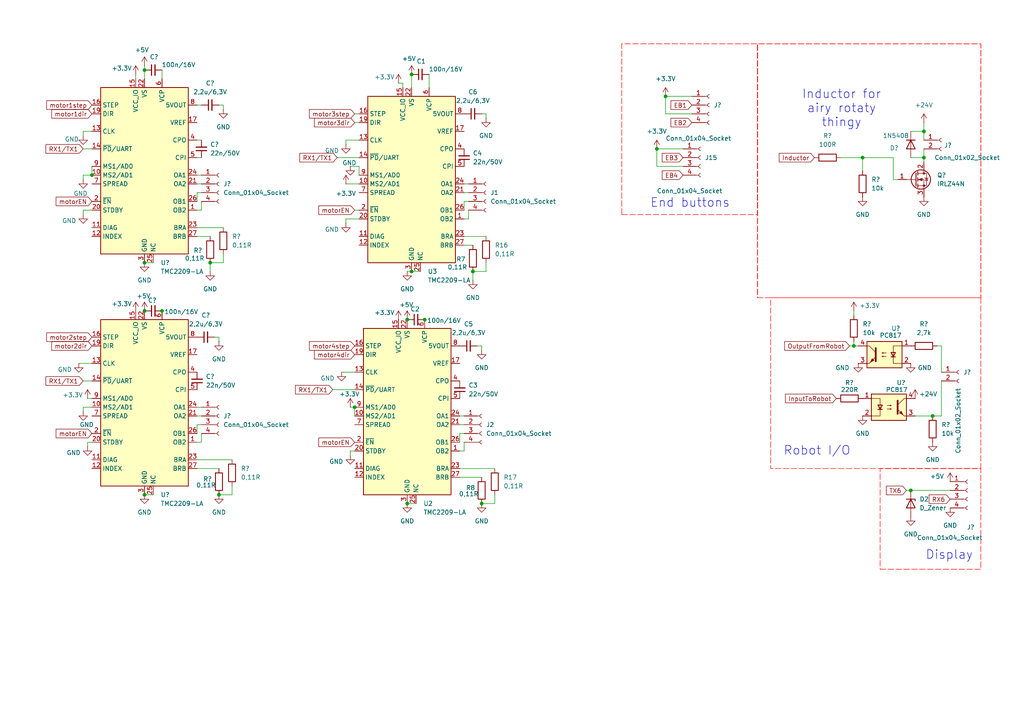
<source format=kicad_sch>
(kicad_sch (version 20250114) (generator "eeschema") (generator_version "9.0")
  (paper "A4")
  (lib_symbols
    (symbol "Connector:Conn_01x02_Socket" (pin_names (offset 1.016) (hide yes))
      (property "Reference" "J" (at 0 2.54 0))
      (property "Value" "Conn_01x02_Socket" (at 0 -5.08 0))
      (symbol "Conn_01x02_Socket_1_1"
        (polyline (pts (xy -1.27 0) (xy -0.508 0)) (stroke (width 0.1524)))
        (polyline (pts (xy -1.27 -2.54) (xy -0.508 -2.54)) (stroke (width 0.1524)))
        (arc (start 0 -0.508) (mid -0.5058 0) (end 0 0.508) (stroke (width 0.1524)))
        (arc (start 0 -3.048) (mid -0.5058 -2.54) (end 0 -2.032) (stroke (width 0.1524)))
        (pin passive line (at -5.08 0 0) (length 3.81) (name "Pin_1") (number "1"))
        (pin passive line (at -5.08 -2.54 0) (length 3.81) (name "Pin_2") (number "2"))
      )
    )
    (symbol "Connector:Conn_01x04_Socket" (pin_names (offset 1.016) (hide yes))
      (property "Reference" "J" (at 0 5.08 0))
      (property "Value" "Conn_01x04_Socket" (at 0 -7.62 0))
      (symbol "Conn_01x04_Socket_1_1"
        (polyline (pts (xy -1.27 2.54) (xy -0.508 2.54)) (stroke (width 0.1524)))
        (polyline (pts (xy -1.27 0) (xy -0.508 0)) (stroke (width 0.1524)))
        (polyline (pts (xy -1.27 -2.54) (xy -0.508 -2.54)) (stroke (width 0.1524)))
        (polyline (pts (xy -1.27 -5.08) (xy -0.508 -5.08)) (stroke (width 0.1524)))
        (arc (start 0 2.032) (mid -0.5058 2.54) (end 0 3.048) (stroke (width 0.1524)))
        (arc (start 0 -0.508) (mid -0.5058 0) (end 0 0.508) (stroke (width 0.1524)))
        (arc (start 0 -3.048) (mid -0.5058 -2.54) (end 0 -2.032) (stroke (width 0.1524)))
        (arc (start 0 -5.588) (mid -0.5058 -5.08) (end 0 -4.572) (stroke (width 0.1524)))
        (pin passive line (at -5.08 2.54 0) (length 3.81) (name "Pin_1") (number "1"))
        (pin passive line (at -5.08 0 0) (length 3.81) (name "Pin_2") (number "2"))
        (pin passive line (at -5.08 -2.54 0) (length 3.81) (name "Pin_3") (number "3"))
        (pin passive line (at -5.08 -5.08 0) (length 3.81) (name "Pin_4") (number "4"))
      )
    )
    (symbol "Device:C_Small" (pin_numbers (hide yes)) (pin_names (offset 0.254) (hide yes))
      (property "Reference" "C" (at 0.254 1.778 0))
      (property "Value" "C_Small" (at 0.254 -2.032 0))
      (symbol "C_Small_0_1"
        (polyline (pts (xy -1.524 0.508) (xy 1.524 0.508)) (stroke (width 0.3048)))
        (polyline (pts (xy -1.524 -0.508) (xy 1.524 -0.508)) (stroke (width 0.3302)))
      )
      (symbol "C_Small_1_1"
        (pin passive line (at 0 2.54 270) (length 2.032) (name "~") (number "1"))
        (pin passive line (at 0 -2.54 90) (length 2.032) (name "~") (number "2"))
      )
    )
    (symbol "Device:D_Zener" (pin_numbers (hide yes)) (pin_names (offset 1.016) (hide yes))
      (property "Reference" "D" (at 0 2.54 0))
      (property "Value" "D_Zener" (at 0 -2.54 0))
      (symbol "D_Zener_0_1"
        (polyline (pts (xy -1.27 -1.27) (xy -1.27 1.27) (xy -0.762 1.27)) (stroke (width 0.254)))
        (polyline (pts (xy 1.27 0) (xy -1.27 0)))
        (polyline (pts (xy 1.27 -1.27) (xy 1.27 1.27) (xy -1.27 0) (xy 1.27 -1.27)) (stroke (width 0.254)))
      )
      (symbol "D_Zener_1_1"
        (pin passive line (at -3.81 0 0) (length 2.54) (name "K") (number "1"))
        (pin passive line (at 3.81 0 180) (length 2.54) (name "A") (number "2"))
      )
    )
    (symbol "Device:R" (pin_numbers (hide yes)) (pin_names (offset 0))
      (property "Reference" "R" (at 2.032 0 90))
      (property "Value" "R" (at 0 0 90))
      (symbol "R_0_1"
        (rectangle (start -1.016 -2.54) (end 1.016 2.54) (stroke (width 0.254)))
      )
      (symbol "R_1_1"
        (pin passive line (at 0 3.81 270) (length 1.27) (name "~") (number "1"))
        (pin passive line (at 0 -3.81 90) (length 1.27) (name "~") (number "2"))
      )
    )
    (symbol "Diode:1N5408" (pin_numbers (hide yes)) (pin_names (hide yes))
      (property "Reference" "D" (at 0 2.54 0))
      (property "Value" "1N5408" (at 0 -2.54 0))
      (symbol "1N5408_0_1"
        (polyline (pts (xy -1.27 1.27) (xy -1.27 -1.27)) (stroke (width 0.254)))
        (polyline (pts (xy 1.27 1.27) (xy 1.27 -1.27) (xy -1.27 0) (xy 1.27 1.27)) (stroke (width 0.254)))
        (polyline (pts (xy 1.27 0) (xy -1.27 0)))
      )
      (symbol "1N5408_1_1"
        (pin passive line (at -3.81 0 0) (length 2.54) (name "K") (number "1"))
        (pin passive line (at 3.81 0 180) (length 2.54) (name "A") (number "2"))
      )
    )
    (symbol "Driver_Motor:TMC2209-LA"
      (property "Reference" "U" (at -11.684 26.924 0))
      (property "Value" "TMC2209-LA" (at 13.208 26.924 0))
      (symbol "TMC2209-LA_0_1"
        (rectangle (start -12.7 25.4) (end 12.7 -22.86) (stroke (width 0.254)) (fill (type background)))
      )
      (symbol "TMC2209-LA_1_1"
        (pin input line (at -15.24 20.32 0) (length 2.54) (name "STEP") (number "16"))
        (pin input line (at -15.24 17.78 0) (length 2.54) (name "DIR") (number "19"))
        (pin input line (at -15.24 12.7 0) (length 2.54) (name "CLK") (number "13"))
        (pin bidirectional line (at -15.24 7.62 0) (length 2.54) (name "~{PD}/UART") (number "14"))
        (pin input line (at -15.24 2.54 0) (length 2.54) (name "MS1/AD0") (number "9"))
        (pin input line (at -15.24 0 0) (length 2.54) (name "MS2/AD1") (number "10"))
        (pin input line (at -15.24 -2.54 0) (length 2.54) (name "SPREAD") (number "7"))
        (pin input line (at -15.24 -7.62 0) (length 2.54) (name "~{EN}") (number "2"))
        (pin input line (at -15.24 -10.16 0) (length 2.54) (name "STDBY") (number "20"))
        (pin output line (at -15.24 -15.24 0) (length 2.54) (name "DIAG") (number "11"))
        (pin output line (at -15.24 -17.78 0) (length 2.54) (name "INDEX") (number "12"))
        (pin power_in line (at -2.54 27.94 270) (length 2.54) (name "VCC_IO") (number "15"))
        (pin power_in line (at 0 27.94 270) (length 2.54) (name "VS") (number "22"))
        (pin passive line (at 0 27.94 270) (length 2.54) (hide yes) (name "VS") (number "28"))
        (pin passive line (at 0 -25.4 90) (length 2.54) (hide yes) (name "GND") (number "18"))
        (pin passive line (at 0 -25.4 90) (length 2.54) (hide yes) (name "GND") (number "29"))
        (pin power_in line (at 0 -25.4 90) (length 2.54) (name "GND") (number "3"))
        (pin passive line (at 2.54 -25.4 90) (length 2.54) (name "NC") (number "25"))
        (pin output line (at 5.08 27.94 270) (length 2.54) (name "VCP") (number "6"))
        (pin power_out line (at 15.24 20.32 180) (length 2.54) (name "5VOUT") (number "8"))
        (pin passive line (at 15.24 15.24 180) (length 2.54) (name "VREF") (number "17"))
        (pin input line (at 15.24 10.16 180) (length 2.54) (name "CPO") (number "4"))
        (pin input line (at 15.24 5.08 180) (length 2.54) (name "CPI") (number "5"))
        (pin output line (at 15.24 0 180) (length 2.54) (name "OA1") (number "24"))
        (pin output line (at 15.24 -2.54 180) (length 2.54) (name "OA2") (number "21"))
        (pin output line (at 15.24 -7.62 180) (length 2.54) (name "OB1") (number "26"))
        (pin output line (at 15.24 -10.16 180) (length 2.54) (name "OB2") (number "1"))
        (pin input line (at 15.24 -15.24 180) (length 2.54) (name "BRA") (number "23"))
        (pin input line (at 15.24 -17.78 180) (length 2.54) (name "BRB") (number "27"))
      )
    )
    (symbol "Isolator:PC817" (pin_names (offset 1.016))
      (property "Reference" "U" (at -5.08 5.08 0))
      (property "Value" "PC817" (at 0 5.08 0))
      (symbol "PC817_0_1"
        (rectangle (start -5.08 3.81) (end 5.08 -3.81) (stroke (width 0.254)) (fill (type background)))
        (polyline (pts (xy -5.08 2.54) (xy -2.54 2.54) (xy -2.54 -0.635)))
        (polyline (pts (xy -3.175 -0.635) (xy -1.905 -0.635)) (stroke (width 0.254)))
        (polyline (pts (xy -2.54 -0.635) (xy -2.54 -2.54) (xy -5.08 -2.54)))
        (polyline (pts (xy -2.54 -0.635) (xy -3.175 0.635) (xy -1.905 0.635) (xy -2.54 -0.635)) (stroke (width 0.254)))
        (polyline (pts (xy -0.508 0.508) (xy 0.762 0.508) (xy 0.381 0.381) (xy 0.381 0.635) (xy 0.762 0.508)))
        (polyline (pts (xy -0.508 -0.508) (xy 0.762 -0.508) (xy 0.381 -0.635) (xy 0.381 -0.381) (xy 0.762 -0.508)))
        (polyline (pts (xy 2.54 1.905) (xy 2.54 -1.905)) (stroke (width 0.508)))
        (polyline (pts (xy 2.54 0.635) (xy 4.445 2.54)))
        (polyline (pts (xy 3.048 -1.651) (xy 3.556 -1.143) (xy 4.064 -2.159) (xy 3.048 -1.651)) (fill (type outline)))
        (polyline (pts (xy 4.445 2.54) (xy 5.08 2.54)))
        (polyline (pts (xy 4.445 -2.54) (xy 2.54 -0.635)) (fill (type outline)))
        (polyline (pts (xy 4.445 -2.54) (xy 5.08 -2.54)))
      )
      (symbol "PC817_1_1"
        (pin passive line (at -7.62 2.54 0) (length 2.54) (name "~") (number "1"))
        (pin passive line (at -7.62 -2.54 0) (length 2.54) (name "~") (number "2"))
        (pin passive line (at 7.62 2.54 180) (length 2.54) (name "~") (number "4"))
        (pin passive line (at 7.62 -2.54 180) (length 2.54) (name "~") (number "3"))
      )
    )
    (symbol "Transistor_FET:IRLZ44N" (pin_names (hide yes))
      (property "Reference" "Q" (at 5.08 1.905 0))
      (property "Value" "IRLZ44N" (at 5.08 0 0))
      (symbol "IRLZ44N_0_1"
        (polyline (pts (xy 0.254 1.905) (xy 0.254 -1.905)) (stroke (width 0.254)))
        (polyline (pts (xy 0.254 0) (xy -2.54 0)))
        (polyline (pts (xy 0.762 2.286) (xy 0.762 1.27)) (stroke (width 0.254)))
        (polyline (pts (xy 0.762 0.508) (xy 0.762 -0.508)) (stroke (width 0.254)))
        (polyline (pts (xy 0.762 -1.27) (xy 0.762 -2.286)) (stroke (width 0.254)))
        (polyline (pts (xy 0.762 -1.778) (xy 3.302 -1.778) (xy 3.302 1.778) (xy 0.762 1.778)))
        (polyline (pts (xy 1.016 0) (xy 2.032 0.381) (xy 2.032 -0.381) (xy 1.016 0)) (fill (type outline)))
        (circle (center 1.651 0) (radius 2.794) (stroke (width 0.254)))
        (polyline (pts (xy 2.54 2.54) (xy 2.54 1.778)))
        (circle (center 2.54 1.778) (radius 0.254) (fill (type outline)))
        (circle (center 2.54 -1.778) (radius 0.254) (fill (type outline)))
        (polyline (pts (xy 2.54 -2.54) (xy 2.54 0) (xy 0.762 0)))
        (polyline (pts (xy 2.794 0.508) (xy 2.921 0.381) (xy 3.683 0.381) (xy 3.81 0.254)))
        (polyline (pts (xy 3.302 0.381) (xy 2.921 -0.254) (xy 3.683 -0.254) (xy 3.302 0.381)))
      )
      (symbol "IRLZ44N_1_1"
        (pin input line (at -5.08 0 0) (length 2.54) (name "G") (number "1"))
        (pin passive line (at 2.54 5.08 270) (length 2.54) (name "D") (number "2"))
        (pin passive line (at 2.54 -5.08 90) (length 2.54) (name "S") (number "3"))
      )
    )
    (symbol "power:+24V" (power) (pin_numbers (hide yes)) (pin_names (offset 0) (hide yes))
      (property "Value" "+24V" (at 0 3.556 0))
      (symbol "+24V_0_1"
        (polyline (pts (xy -0.762 1.27) (xy 0 2.54)))
        (polyline (pts (xy 0 2.54) (xy 0.762 1.27)))
        (polyline (pts (xy 0 0) (xy 0 2.54)))
      )
      (symbol "+24V_1_1"
        (pin power_in line (at 0 0 90) (length 0) (name "~") (number "1"))
      )
    )
    (symbol "power:+3.3V" (power) (pin_numbers (hide yes)) (pin_names (offset 0) (hide yes))
      (property "Value" "+3.3V" (at 0 3.556 0))
      (symbol "+3.3V_0_1"
        (polyline (pts (xy -0.762 1.27) (xy 0 2.54)))
        (polyline (pts (xy 0 2.54) (xy 0.762 1.27)))
        (polyline (pts (xy 0 0) (xy 0 2.54)))
      )
      (symbol "+3.3V_1_1"
        (pin power_in line (at 0 0 90) (length 0) (name "~") (number "1"))
      )
    )
    (symbol "power:+5V" (power) (pin_numbers (hide yes)) (pin_names (offset 0) (hide yes))
      (property "Value" "+5V" (at 0 3.556 0))
      (symbol "+5V_0_1"
        (polyline (pts (xy -0.762 1.27) (xy 0 2.54)))
        (polyline (pts (xy 0 2.54) (xy 0.762 1.27)))
        (polyline (pts (xy 0 0) (xy 0 2.54)))
      )
      (symbol "+5V_1_1"
        (pin power_in line (at 0 0 90) (length 0) (name "~") (number "1"))
      )
    )
    (symbol "power:GND" (power) (pin_numbers (hide yes)) (pin_names (offset 0) (hide yes))
      (property "Value" "GND" (at 0 -3.81 0))
      (symbol "GND_0_1"
        (polyline (pts (xy 0 0) (xy 0 -1.27) (xy 1.27 -1.27) (xy 0 -2.54) (xy -1.27 -1.27) (xy 0 -1.27)))
      )
      (symbol "GND_1_1"
        (pin power_in line (at 0 0 270) (length 0) (name "~") (number "1"))
      )
    )
  )
  (text "Display" (at 275.336 161.036 0) (effects (font (size 2.54 2.54))))
  (text "End buttons\n" (at 200.152 58.928 0) (effects (font (size 2.54 2.54))))
  (text "Inductor for\nairy rotaty\nthingy\n" (at 244.094 31.496 0) (effects (font (size 2.54 2.54))))
  (text "Robot I/O" (at 236.982 130.81 0) (effects (font (size 2.54 2.54))))
  (junction (at 267.97 45.72))
  (junction (at 102.87 118.11))
  (junction (at 139.7 146.05))
  (junction (at 41.91 143.51))
  (junction (at 190.5 43.18))
  (junction (at 119.38 21.59))
  (junction (at 264.16 142.24))
  (junction (at 41.91 76.2))
  (junction (at 247.65 100.33))
  (junction (at 267.97 38.1))
  (junction (at 41.91 20.32))
  (junction (at 118.11 92.71))
  (junction (at 250.19 45.72))
  (junction (at 46.99 90.17))
  (junction (at 270.51 120.65))
  (junction (at 26.67 50.8))
  (junction (at 119.38 78.74))
  (junction (at 137.16 78.74))
  (junction (at 193.04 27.94))
  (junction (at 123.19 92.71))
  (junction (at 118.11 146.05))
  (junction (at 63.5 143.51))
  (junction (at 41.91 90.17))
  (junction (at 60.96 76.2))
  (wire (pts (xy 57.15 135.89) (xy 63.5 135.89)))
  (wire (pts (xy 25.4 115.57) (xy 26.67 115.57)))
  (wire (pts (xy 24.13 62.23) (xy 24.13 60.96)))
  (wire (pts (xy 265.43 120.65) (xy 270.51 120.65)))
  (wire (pts (xy 135.89 53.34) (xy 134.62 53.34)))
  (wire (pts (xy 139.7 146.05) (xy 143.51 146.05)))
  (wire (pts (xy 57.15 123.19) (xy 58.42 123.19)))
  (wire (pts (xy 64.77 73.66) (xy 64.77 76.2)))
  (wire (pts (xy 270.51 120.65) (xy 273.05 120.65)))
  (wire (pts (xy 64.77 30.48) (xy 64.77 31.75)))
  (wire (pts (xy 133.35 128.27) (xy 133.35 125.73)))
  (wire (pts (xy 101.6 48.26) (xy 104.14 48.26)))
  (wire (pts (xy 273.05 120.65) (xy 273.05 110.49)))
  (wire (pts (xy 135.89 58.42) (xy 134.62 58.42)))
  (wire (pts (xy 41.91 19.05) (xy 41.91 20.32)))
  (wire (pts (xy 63.5 143.51) (xy 67.31 143.51)))
  (wire (pts (xy 67.31 133.35) (xy 57.15 133.35)))
  (wire (pts (xy 133.35 120.65) (xy 134.62 120.65)))
  (wire (pts (xy 104.14 48.26) (xy 104.14 50.8)))
  (wire (pts (xy 259.08 52.07) (xy 260.35 52.07)))
  (wire (pts (xy 24.13 43.18) (xy 26.67 43.18)))
  (wire (pts (xy 104.14 60.96) (xy 102.87 60.96)))
  (wire (pts (xy 271.78 100.33) (xy 273.05 100.33)))
  (wire (pts (xy 140.97 76.2) (xy 140.97 78.74)))
  (wire (pts (xy 134.62 68.58) (xy 140.97 68.58)))
  (wire (pts (xy 134.62 130.81) (xy 134.62 128.27)))
  (wire (pts (xy 200.66 33.02) (xy 193.04 33.02)))
  (wire (pts (xy 119.38 78.74) (xy 121.92 78.74)))
  (wire (pts (xy 250.19 45.72) (xy 250.19 49.53)))
  (wire (pts (xy 41.91 20.32) (xy 41.91 22.86)))
  (wire (pts (xy 57.15 30.48) (xy 58.42 30.48)))
  (wire (pts (xy 25.4 128.27) (xy 26.67 128.27)))
  (wire (pts (xy 104.14 35.56) (xy 102.87 35.56)))
  (wire (pts (xy 143.51 135.89) (xy 133.35 135.89)))
  (wire (pts (xy 101.6 132.08) (xy 101.6 130.81)))
  (wire (pts (xy 46.99 91.44) (xy 46.99 90.17)))
  (wire (pts (xy 267.97 38.1) (xy 267.97 40.64)))
  (wire (pts (xy 58.42 60.96) (xy 58.42 58.42)))
  (wire (pts (xy 57.15 66.04) (xy 64.77 66.04)))
  (wire (pts (xy 99.06 107.95) (xy 102.87 107.95)))
  (wire (pts (xy 67.31 143.51) (xy 67.31 140.97)))
  (wire (pts (xy 100.33 63.5) (xy 100.33 64.77)))
  (wire (pts (xy 138.43 100.33) (xy 139.7 100.33)))
  (wire (pts (xy 264.16 45.72) (xy 267.97 45.72)))
  (wire (pts (xy 63.5 97.79) (xy 63.5 99.06)))
  (wire (pts (xy 135.89 55.88) (xy 134.62 55.88)))
  (wire (pts (xy 119.38 78.74) (xy 118.11 78.74)))
  (wire (pts (xy 243.84 45.72) (xy 250.19 45.72)))
  (wire (pts (xy 102.87 118.11) (xy 102.87 120.65)))
  (wire (pts (xy 118.11 146.05) (xy 120.65 146.05)))
  (wire (pts (xy 58.42 40.64) (xy 57.15 40.64)))
  (wire (pts (xy 62.23 97.79) (xy 63.5 97.79)))
  (wire (pts (xy 41.91 76.2) (xy 44.45 76.2)))
  (wire (pts (xy 57.15 68.58) (xy 60.96 68.58)))
  (wire (pts (xy 143.51 146.05) (xy 143.51 143.51)))
  (wire (pts (xy 133.35 123.19) (xy 134.62 123.19)))
  (wire (pts (xy 273.05 100.33) (xy 273.05 107.95)))
  (wire (pts (xy 140.97 33.02) (xy 140.97 34.29)))
  (wire (pts (xy 259.08 45.72) (xy 259.08 52.07)))
  (wire (pts (xy 134.62 71.12) (xy 137.16 71.12)))
  (wire (pts (xy 46.99 20.32) (xy 46.99 22.86)))
  (wire (pts (xy 135.89 60.96) (xy 135.89 63.5)))
  (wire (pts (xy 246.38 100.33) (xy 247.65 100.33)))
  (wire (pts (xy 247.65 99.06) (xy 247.65 100.33)))
  (wire (pts (xy 137.16 78.74) (xy 137.16 81.28)))
  (wire (pts (xy 198.12 48.26) (xy 190.5 48.26)))
  (wire (pts (xy 139.7 100.33) (xy 139.7 101.6)))
  (wire (pts (xy 22.86 105.41) (xy 26.67 105.41)))
  (wire (pts (xy 267.97 43.18) (xy 267.97 45.72)))
  (wire (pts (xy 139.7 33.02) (xy 140.97 33.02)))
  (wire (pts (xy 24.13 60.96) (xy 26.67 60.96)))
  (wire (pts (xy 96.52 113.03) (xy 102.87 113.03)))
  (wire (pts (xy 247.65 90.17) (xy 247.65 91.44)))
  (wire (pts (xy 134.62 63.5) (xy 135.89 63.5)))
  (wire (pts (xy 116.84 24.13) (xy 116.84 25.4)))
  (wire (pts (xy 101.6 118.11) (xy 102.87 118.11)))
  (wire (pts (xy 58.42 128.27) (xy 58.42 125.73)))
  (wire (pts (xy 57.15 58.42) (xy 57.15 55.88)))
  (wire (pts (xy 26.67 50.8) (xy 24.13 50.8)))
  (wire (pts (xy 134.62 58.42) (xy 134.62 60.96)))
  (wire (pts (xy 24.13 50.8) (xy 24.13 52.07)))
  (wire (pts (xy 247.65 100.33) (xy 248.92 100.33)))
  (wire (pts (xy 116.84 24.13) (xy 115.57 24.13)))
  (wire (pts (xy 57.15 128.27) (xy 58.42 128.27)))
  (wire (pts (xy 193.04 27.94) (xy 200.66 27.94)))
  (wire (pts (xy 262.89 142.24) (xy 264.16 142.24)))
  (wire (pts (xy 24.13 118.11) (xy 24.13 119.38)))
  (wire (pts (xy 57.15 125.73) (xy 57.15 123.19)))
  (wire (pts (xy 64.77 76.2) (xy 60.96 76.2)))
  (wire (pts (xy 100.33 40.64) (xy 100.33 41.91)))
  (wire (pts (xy 264.16 142.24) (xy 275.59 142.24)))
  (wire (pts (xy 24.13 38.1) (xy 26.67 38.1)))
  (wire (pts (xy 133.35 138.43) (xy 139.7 138.43)))
  (wire (pts (xy 97.79 45.72) (xy 104.14 45.72)))
  (wire (pts (xy 267.97 35.56) (xy 267.97 38.1)))
  (wire (pts (xy 100.33 63.5) (xy 104.14 63.5)))
  (wire (pts (xy 124.46 21.59) (xy 124.46 25.4)))
  (wire (pts (xy 100.33 40.64) (xy 104.14 40.64)))
  (wire (pts (xy 190.5 48.26) (xy 190.5 43.18)))
  (wire (pts (xy 41.91 143.51) (xy 44.45 143.51)))
  (wire (pts (xy 57.15 55.88) (xy 58.42 55.88)))
  (wire (pts (xy 60.96 76.2) (xy 60.96 78.74)))
  (wire (pts (xy 193.04 33.02) (xy 193.04 27.94)))
  (wire (pts (xy 26.67 48.26) (xy 26.67 50.8)))
  (wire (pts (xy 57.15 50.8) (xy 58.42 50.8)))
  (wire (pts (xy 133.35 125.73) (xy 134.62 125.73)))
  (wire (pts (xy 57.15 118.11) (xy 58.42 118.11)))
  (wire (pts (xy 39.37 21.59) (xy 39.37 22.86)))
  (wire (pts (xy 24.13 39.37) (xy 24.13 38.1)))
  (wire (pts (xy 26.67 118.11) (xy 24.13 118.11)))
  (wire (pts (xy 119.38 21.59) (xy 119.38 25.4)))
  (wire (pts (xy 25.4 129.54) (xy 25.4 128.27)))
  (wire (pts (xy 24.13 110.49) (xy 26.67 110.49)))
  (wire (pts (xy 267.97 45.72) (xy 267.97 46.99)))
  (wire (pts (xy 100.33 53.34) (xy 104.14 53.34)))
  (wire (pts (xy 133.35 130.81) (xy 134.62 130.81)))
  (wire (pts (xy 140.97 78.74) (xy 137.16 78.74)))
  (wire (pts (xy 63.5 30.48) (xy 64.77 30.48)))
  (wire (pts (xy 190.5 43.18) (xy 198.12 43.18)))
  (wire (pts (xy 58.42 45.72) (xy 57.15 45.72)))
  (wire (pts (xy 264.16 38.1) (xy 267.97 38.1)))
  (wire (pts (xy 57.15 120.65) (xy 58.42 120.65)))
  (wire (pts (xy 101.6 130.81) (xy 102.87 130.81)))
  (wire (pts (xy 123.19 93.98) (xy 123.19 92.71)))
  (wire (pts (xy 250.19 45.72) (xy 259.08 45.72)))
  (wire (pts (xy 104.14 33.02) (xy 102.87 33.02)))
  (wire (pts (xy 57.15 53.34) (xy 58.42 53.34)))
  (wire (pts (xy 57.15 60.96) (xy 58.42 60.96)))
  (global_label "Inductor" (shape input) (at 236.22 45.72 180) (property "Intersheetrefs" "${INTERSHEET_REFS}" (effects (hide yes))))
  (global_label "EB3" (shape input) (at 198.12 45.72 180) (property "Intersheetrefs" "${INTERSHEET_REFS}" (effects (hide yes))))
  (global_label "RX1{slash}TX1" (shape input) (at 24.13 110.49 180) (property "Intersheetrefs" "${INTERSHEET_REFS}" (effects (hide yes))))
  (global_label "motor4dir" (shape input) (at 102.87 102.87 180) (property "Intersheetrefs" "${INTERSHEET_REFS}" (effects (hide yes))))
  (global_label "EB4" (shape input) (at 198.12 50.8 180) (property "Intersheetrefs" "${INTERSHEET_REFS}" (effects (hide yes))))
  (global_label "motor3step" (shape input) (at 102.87 33.02 180) (property "Intersheetrefs" "${INTERSHEET_REFS}" (effects (hide yes))))
  (global_label "motor1dir" (shape input) (at 26.67 33.02 180) (property "Intersheetrefs" "${INTERSHEET_REFS}" (effects (hide yes))))
  (global_label "motor2dir" (shape input) (at 26.67 100.33 180) (property "Intersheetrefs" "${INTERSHEET_REFS}" (effects (hide yes))))
  (global_label "RX6" (shape input) (at 275.59 144.78 180) (property "Intersheetrefs" "${INTERSHEET_REFS}" (effects (hide yes))))
  (global_label "RX1{slash}TX1" (shape input) (at 24.13 43.18 180) (property "Intersheetrefs" "${INTERSHEET_REFS}" (effects (hide yes))))
  (global_label "OutputFromRobot" (shape input) (at 246.38 100.33 180) (property "Intersheetrefs" "${INTERSHEET_REFS}" (effects (hide yes))))
  (global_label "motorEN" (shape input) (at 26.67 125.73 180) (property "Intersheetrefs" "${INTERSHEET_REFS}" (effects (hide yes))))
  (global_label "RX1{slash}TX1" (shape input) (at 97.79 45.72 180) (property "Intersheetrefs" "${INTERSHEET_REFS}" (effects (hide yes))))
  (global_label "EB2" (shape input) (at 200.66 35.56 180) (property "Intersheetrefs" "${INTERSHEET_REFS}" (effects (hide yes))))
  (global_label "motorEN" (shape input) (at 26.67 58.42 180) (property "Intersheetrefs" "${INTERSHEET_REFS}" (effects (hide yes))))
  (global_label "motor1step" (shape input) (at 26.67 30.48 180) (property "Intersheetrefs" "${INTERSHEET_REFS}" (effects (hide yes))))
  (global_label "RX1{slash}TX1" (shape input) (at 96.52 113.03 180) (property "Intersheetrefs" "${INTERSHEET_REFS}" (effects (hide yes))))
  (global_label "InputToRobot" (shape input) (at 242.57 115.57 180) (property "Intersheetrefs" "${INTERSHEET_REFS}" (effects (hide yes))))
  (global_label "motor4step" (shape input) (at 102.87 100.33 180) (property "Intersheetrefs" "${INTERSHEET_REFS}" (effects (hide yes))))
  (global_label "TX6" (shape input) (at 262.89 142.24 180) (property "Intersheetrefs" "${INTERSHEET_REFS}" (effects (hide yes))))
  (global_label "motorEN" (shape input) (at 102.87 128.27 180) (property "Intersheetrefs" "${INTERSHEET_REFS}" (effects (hide yes))))
  (global_label "motor2step" (shape input) (at 26.67 97.79 180) (property "Intersheetrefs" "${INTERSHEET_REFS}" (effects (hide yes))))
  (global_label "motorEN" (shape input) (at 102.87 60.96 180) (property "Intersheetrefs" "${INTERSHEET_REFS}" (effects (hide yes))))
  (global_label "EB1" (shape input) (at 200.66 30.48 180) (property "Intersheetrefs" "${INTERSHEET_REFS}" (effects (hide yes))))
  (global_label "motor3dir" (shape input) (at 102.87 35.56 180) (property "Intersheetrefs" "${INTERSHEET_REFS}" (effects (hide yes))))
  (rule_area (polyline (pts (xy 219.71 86.36) (xy 250.19 86.36) (xy 284.48 86.36) (xy 284.48 30.48) (xy 284.48 24.13) (xy 284.48 12.7) (xy 284.48 12.7) (xy 267.97 12.7) (xy 257.81 12.7) (xy 255.27 12.7) (xy 255.27 12.7) (xy 254 12.7) (xy 219.71 12.7)) (stroke (width 0) (type dash))))
  (rule_area (polyline (pts (xy 284.48 86.36) (xy 284.48 135.89) (xy 223.52 135.89) (xy 223.52 86.36)) (stroke (width 0) (type dash))))
  (rule_area (polyline (pts (xy 255.27 165.1) (xy 284.48 165.1) (xy 284.48 135.89) (xy 255.27 135.89)) (stroke (width 0) (type dash))))
  (rule_area (polyline (pts (xy 219.71 86.36) (xy 236.22 86.36) (xy 284.48 86.36) (xy 284.48 67.31) (xy 284.48 60.96) (xy 284.48 49.53) (xy 284.48 49.53) (xy 284.48 38.1) (xy 284.48 30.48) (xy 284.48 21.59) (xy 284.48 16.51) (xy 284.48 12.7) (xy 219.71 12.7)) (stroke (width 0) (type dash))))
  (rule_area (polyline (pts (xy 180.34 62.23) (xy 219.71 62.23) (xy 219.71 12.7) (xy 180.34 12.7)) (stroke (width 0) (type dash))))
  (symbol (lib_id "Device:R") (at 246.38 115.57 90) (unit 1)
    (property "Reference" "R?" (at 246.38 110.998 90))
    (property "Value" "220R" (at 246.38 113.03 90))
    (property "Footprint" "Resistor_SMD:R_0603_1608Metric" (effects (hide yes)))
    (property "Description" "Resistor" (effects (hide yes)))
  )
  (symbol (lib_id "Device:C_Small") (at 135.89 100.33 90) (unit 1)
    (property "Reference" "C5" (at 135.8963 93.98 90))
    (property "Value" "2,2u/6,3V" (at 135.8963 96.52 90))
    (property "Footprint" "Capacitor_SMD:C_0603_1608Metric" (effects (hide yes)))
    (property "Description" "Unpolarized capacitor, small symbol" (effects (hide yes)))
  )
  (symbol (lib_id "Device:R") (at 139.7 142.24 0) (unit 1)
    (property "Reference" "R8" (at 135.128 141.478 0) (effects (justify left)))
    (property "Value" "0,11R" (at 133.096 143.256 0) (effects (justify left)))
    (property "Footprint" "Resistor_SMD:R_1206_3216Metric" (effects (hide yes)))
    (property "Description" "Resistor" (effects (hide yes)))
  )
  (symbol (lib_id "Connector:Conn_01x04_Socket") (at 139.7 123.19 0) (unit 1)
    (property "Reference" "J2" (at 140.97 123.1899 0) (effects (justify left)))
    (property "Value" "Conn_01x04_Socket" (at 140.97 125.7299 0) (effects (justify left)))
    (property "Footprint" "Connector_Phoenix_MC:PhoenixContact_MC_1,5_4-GF-3.81_1x04_P3.81mm_Horizontal_ThreadedFlange_MountHole" (effects (hide yes)))
    (property "Description" "Generic connector, single row, 01x04, script generated" (effects (hide yes)))
  )
  (symbol (lib_id "power:GND") (at 100.33 41.91 0) (unit 1)
    (property "Reference" "#PWR0111" (effects (hide yes)))
    (property "Value" "GND" (at 96.266 43.688 0))
    (property "Description" "Power symbol creates a global label with name \"GND\" , ground" (effects (hide yes)))
  )
  (symbol (lib_id "Isolator:PC817") (at 256.54 102.87 0) (mirror y) (unit 1)
    (property "Reference" "U?" (at 259.842 95.25 0))
    (property "Value" "PC817" (at 258.318 97.282 0))
    (property "Footprint" "Package_DIP:DIP-4_W7.62mm" (effects (hide yes)))
    (property "Datasheet" "http://www.soselectronic.cz/a_info/resource/d/pc817.pdf" (effects (hide yes)))
    (property "Description" "DC Optocoupler, Vce 35V, CTR 50-300%, DIP-4" (effects (hide yes)))
  )
  (symbol (lib_id "Device:C_Small") (at 58.42 43.18 180) (unit 1)
    (property "Reference" "C?" (at 60.96 41.9035 0) (effects (justify right)))
    (property "Value" "22n/50V" (at 60.96 44.4435 0) (effects (justify right)))
    (property "Footprint" "Capacitor_SMD:C_0603_1608Metric" (effects (hide yes)))
    (property "Description" "Unpolarized capacitor, small symbol" (effects (hide yes)))
  )
  (symbol (lib_id "power:+24V") (at 265.43 115.57 0) (unit 1)
    (property "Reference" "#PWR?" (effects (hide yes)))
    (property "Value" "+24V" (at 269.24 114.3 0))
    (property "Description" "Power symbol creates a global label with name \"+24V\"" (effects (hide yes)))
  )
  (symbol (lib_id "Device:R") (at 140.97 72.39 0) (unit 1)
    (property "Reference" "R16" (at 143.51 71.1199 0) (effects (justify left)))
    (property "Value" "0,11R" (at 143.51 73.6599 0) (effects (justify left)))
    (property "Footprint" "Resistor_SMD:R_1206_3216Metric" (effects (hide yes)))
    (property "Description" "Resistor" (effects (hide yes)))
  )
  (symbol (lib_id "Connector:Conn_01x04_Socket") (at 280.67 142.24 0) (unit 1)
    (property "Reference" "J?" (at 280.416 152.908 0) (effects (justify left)))
    (property "Value" "Conn_01x04_Socket" (at 265.938 155.956 0) (effects (justify left)))
    (property "Footprint" "Connector_JST:JST_XH_B4B-XH-A_1x04_P2.50mm_Vertical" (effects (hide yes)))
    (property "Description" "Generic connector, single row, 01x04, script generated" (effects (hide yes)))
  )
  (symbol (lib_id "power:GND") (at 267.97 57.15 0) (unit 1)
    (property "Reference" "#PWR?" (effects (hide yes)))
    (property "Value" "GND" (at 267.97 62.23 0))
    (property "Description" "Power symbol creates a global label with name \"GND\" , ground" (effects (hide yes)))
  )
  (symbol (lib_id "Device:R") (at 137.16 74.93 0) (unit 1)
    (property "Reference" "R7" (at 132.334 75.184 0) (effects (justify left)))
    (property "Value" "0,11R" (at 129.794 77.47 0) (effects (justify left)))
    (property "Footprint" "Resistor_SMD:R_1206_3216Metric" (effects (hide yes)))
    (property "Description" "Resistor" (effects (hide yes)))
  )
  (symbol (lib_id "power:+5V") (at 275.59 139.7 0) (unit 1)
    (property "Reference" "#PWR?" (effects (hide yes)))
    (property "Value" "+5V" (at 271.78 138.176 0))
    (property "Description" "Power symbol creates a global label with name \"+5V\"" (effects (hide yes)))
  )
  (symbol (lib_id "power:GND") (at 24.13 119.38 0) (unit 1)
    (property "Reference" "#PWR?" (effects (hide yes)))
    (property "Value" "GND" (at 25.146 123.19 0))
    (property "Description" "Power symbol creates a global label with name \"GND\" , ground" (effects (hide yes)))
  )
  (symbol (lib_id "power:GND") (at 22.86 105.41 0) (unit 1)
    (property "Reference" "#PWR?" (effects (hide yes)))
    (property "Value" "GND" (at 18.796 107.188 0))
    (property "Description" "Power symbol creates a global label with name \"GND\" , ground" (effects (hide yes)))
  )
  (symbol (lib_id "power:+24V") (at 267.97 35.56 0) (unit 1)
    (property "Reference" "#PWR?" (effects (hide yes)))
    (property "Value" "+24V" (at 267.97 30.48 0))
    (property "Description" "Power symbol creates a global label with name \"+24V\"" (effects (hide yes)))
  )
  (symbol (lib_id "power:+3.3V") (at 247.65 90.17 0) (unit 1)
    (property "Reference" "#PWR?" (effects (hide yes)))
    (property "Value" "+3.3V" (at 252.222 88.646 0))
    (property "Description" "Power symbol creates a global label with name \"+3.3V\"" (effects (hide yes)))
  )
  (symbol (lib_id "Device:R") (at 247.65 95.25 0) (unit 1)
    (property "Reference" "R?" (at 250.19 93.9799 0) (effects (justify left)))
    (property "Value" "10k" (at 250.19 96.5199 0) (effects (justify left)))
    (property "Footprint" "Resistor_SMD:R_0603_1608Metric" (effects (hide yes)))
    (property "Description" "Resistor" (effects (hide yes)))
  )
  (symbol (lib_id "power:GND") (at 24.13 52.07 0) (unit 1)
    (property "Reference" "#PWR?" (effects (hide yes)))
    (property "Value" "GND" (at 23.368 56.134 0))
    (property "Description" "Power symbol creates a global label with name \"GND\" , ground" (effects (hide yes)))
  )
  (symbol (lib_id "power:GND") (at 25.4 129.54 0) (unit 1)
    (property "Reference" "#PWR?" (effects (hide yes)))
    (property "Value" "GND" (at 21.336 131.318 0))
    (property "Description" "Power symbol creates a global label with name \"GND\" , ground" (effects (hide yes)))
  )
  (symbol (lib_id "Device:C_Small") (at 134.62 45.72 180) (unit 1)
    (property "Reference" "C4" (at 137.16 44.4435 0) (effects (justify right)))
    (property "Value" "22n/50V" (at 137.16 46.9835 0) (effects (justify right)))
    (property "Footprint" "Capacitor_SMD:C_0603_1608Metric" (effects (hide yes)))
    (property "Description" "Unpolarized capacitor, small symbol" (effects (hide yes)))
  )
  (symbol (lib_id "power:+5V") (at 41.91 90.17 0) (unit 1)
    (property "Reference" "#PWR?" (effects (hide yes)))
    (property "Value" "+5V" (at 41.656 85.852 0))
    (property "Description" "Power symbol creates a global label with name \"+5V\"" (effects (hide yes)))
  )
  (symbol (lib_id "Driver_Motor:TMC2209-LA") (at 119.38 53.34 0) (unit 1)
    (property "Reference" "U3" (at 124.0633 78.74 0) (effects (justify left)))
    (property "Value" "TMC2209-LA" (at 124.0633 81.28 0) (effects (justify left)))
    (property "Footprint" "Package_DFN_QFN:VQFN-28-1EP_5x5mm_P0.5mm_EP3.7x3.7mm_ThermalVias" (effects (hide yes)))
    (property "Datasheet" "https://www.analog.com/media/en/technical-documentation/data-sheets/TMC2209_datasheet_rev1.09.pdf" (effects (hide yes)))
    (property "Description" "2-phase stepper motor driver, 256 µSteps, 2.8A peak, 2.0A RMS, VS = 4.75..29V, STEP/DIR and UART interface, VQFN-28" (effects (hide yes)))
  )
  (symbol (lib_id "power:+3.3V") (at 190.5 43.18 0) (unit 1)
    (property "Reference" "#PWR062" (effects (hide yes)))
    (property "Value" "+3.3V" (at 190.5 38.1 0))
    (property "Description" "Power symbol creates a global label with name \"+3.3V\"" (effects (hide yes)))
  )
  (symbol (lib_id "Device:C_Small") (at 121.92 21.59 90) (unit 1)
    (property "Reference" "C1" (at 122.174 17.78 90))
    (property "Value" "100n/16V" (at 129.286 20.066 90))
    (property "Footprint" "Capacitor_SMD:C_0603_1608Metric" (effects (hide yes)))
    (property "Description" "Unpolarized capacitor, small symbol" (effects (hide yes)))
  )
  (symbol (lib_id "power:GND") (at 60.96 78.74 0) (unit 1)
    (property "Reference" "#PWR?" (effects (hide yes)))
    (property "Value" "GND" (at 60.96 83.82 0))
    (property "Description" "Power symbol creates a global label with name \"GND\" , ground" (effects (hide yes)))
  )
  (symbol (lib_id "Device:C_Small") (at 120.65 92.71 90) (unit 1)
    (property "Reference" "C2" (at 120.396 89.662 90))
    (property "Value" "100n/16V" (at 128.778 92.964 90))
    (property "Footprint" "Capacitor_SMD:C_0603_1608Metric" (effects (hide yes)))
    (property "Description" "Unpolarized capacitor, small symbol" (effects (hide yes)))
  )
  (symbol (lib_id "power:GND") (at 250.19 120.65 0) (unit 1)
    (property "Reference" "#PWR?" (effects (hide yes)))
    (property "Value" "GND" (at 250.19 125.73 0))
    (property "Description" "Power symbol creates a global label with name \"GND\" , ground" (effects (hide yes)))
  )
  (symbol (lib_id "Diode:1N5408") (at 264.16 41.91 270) (unit 1)
    (property "Reference" "D?" (at 258.064 42.926 90) (effects (justify left)))
    (property "Value" "1N5408" (at 256.032 39.37 90) (effects (justify left)))
    (property "Footprint" "Diode_THT:D_DO-201AD_P15.24mm_Horizontal" (effects (hide yes)))
    (property "Datasheet" "http://www.vishay.com/docs/88516/1n5400.pdf" (effects (hide yes)))
    (property "Description" "1000V 3A General Purpose Rectifier Diode, DO-201AD" (effects (hide yes)))
    (property "Sim.Device" "D" (effects (hide yes)))
    (property "Sim.Pins" "1=K 2=A" (effects (hide yes)))
  )
  (symbol (lib_id "power:GND") (at 250.19 57.15 0) (unit 1)
    (property "Reference" "#PWR?" (effects (hide yes)))
    (property "Value" "GND" (at 250.19 62.23 0))
    (property "Description" "Power symbol creates a global label with name \"GND\" , ground" (effects (hide yes)))
  )
  (symbol (lib_id "Connector:Conn_01x04_Socket") (at 140.97 55.88 0) (unit 1)
    (property "Reference" "J1" (at 142.24 55.8799 0) (effects (justify left)))
    (property "Value" "Conn_01x04_Socket" (at 142.24 58.4199 0) (effects (justify left)))
    (property "Footprint" "Connector_Phoenix_MC:PhoenixContact_MC_1,5_4-GF-3.81_1x04_P3.81mm_Horizontal_ThreadedFlange_MountHole" (effects (hide yes)))
    (property "Description" "Generic connector, single row, 01x04, script generated" (effects (hide yes)))
  )
  (symbol (lib_id "Device:R") (at 67.31 137.16 0) (unit 1)
    (property "Reference" "R?" (at 69.85 135.8899 0) (effects (justify left)))
    (property "Value" "0,11R" (at 69.85 138.4299 0) (effects (justify left)))
    (property "Footprint" "Resistor_SMD:R_1206_3216Metric" (effects (hide yes)))
    (property "Description" "Resistor" (effects (hide yes)))
  )
  (symbol (lib_id "Device:C_Small") (at 133.35 113.03 180) (unit 1)
    (property "Reference" "C3" (at 135.89 111.7535 0) (effects (justify right)))
    (property "Value" "22n/50V" (at 135.89 114.2935 0) (effects (justify right)))
    (property "Footprint" "Capacitor_SMD:C_0603_1608Metric" (effects (hide yes)))
    (property "Description" "Unpolarized capacitor, small symbol" (effects (hide yes)))
  )
  (symbol (lib_id "Device:R") (at 143.51 139.7 0) (unit 1)
    (property "Reference" "R17" (at 146.05 138.4299 0) (effects (justify left)))
    (property "Value" "0,11R" (at 146.05 140.9699 0) (effects (justify left)))
    (property "Footprint" "Resistor_SMD:R_1206_3216Metric" (effects (hide yes)))
    (property "Description" "Resistor" (effects (hide yes)))
  )
  (symbol (lib_id "power:GND") (at 100.33 64.77 0) (unit 1)
    (property "Reference" "#PWR0110" (effects (hide yes)))
    (property "Value" "GND" (at 96.266 66.548 0))
    (property "Description" "Power symbol creates a global label with name \"GND\" , ground" (effects (hide yes)))
  )
  (symbol (lib_id "Device:R") (at 270.51 124.46 0) (unit 1)
    (property "Reference" "R?" (at 273.05 123.1899 0) (effects (justify left)))
    (property "Value" "10k" (at 273.05 125.7299 0) (effects (justify left)))
    (property "Footprint" "Resistor_SMD:R_0603_1608Metric" (effects (hide yes)))
    (property "Description" "Resistor" (effects (hide yes)))
  )
  (symbol (lib_id "power:GND") (at 264.16 105.41 0) (unit 1)
    (property "Reference" "#PWR?" (effects (hide yes)))
    (property "Value" "GND" (at 268.224 106.68 0))
    (property "Description" "Power symbol creates a global label with name \"GND\" , ground" (effects (hide yes)))
  )
  (symbol (lib_id "Device:C_Small") (at 57.15 110.49 180) (unit 1)
    (property "Reference" "C?" (at 59.69 109.2135 0) (effects (justify right)))
    (property "Value" "22n/50V" (at 59.69 111.7535 0) (effects (justify right)))
    (property "Footprint" "Capacitor_SMD:C_0603_1608Metric" (effects (hide yes)))
    (property "Description" "Unpolarized capacitor, small symbol" (effects (hide yes)))
  )
  (symbol (lib_id "Device:C_Small") (at 44.45 20.32 90) (unit 1)
    (property "Reference" "C?" (at 44.704 16.51 90))
    (property "Value" "100n/16V" (at 51.816 18.796 90))
    (property "Footprint" "Capacitor_SMD:C_0603_1608Metric" (effects (hide yes)))
    (property "Description" "Unpolarized capacitor, small symbol" (effects (hide yes)))
  )
  (symbol (lib_id "Driver_Motor:TMC2209-LA") (at 41.91 50.8 0) (unit 1)
    (property "Reference" "U?" (at 46.5933 76.2 0) (effects (justify left)))
    (property "Value" "TMC2209-LA" (at 46.5933 78.74 0) (effects (justify left)))
    (property "Footprint" "Package_DFN_QFN:VQFN-28-1EP_5x5mm_P0.5mm_EP3.7x3.7mm_ThermalVias" (effects (hide yes)))
    (property "Datasheet" "https://www.analog.com/media/en/technical-documentation/data-sheets/TMC2209_datasheet_rev1.09.pdf" (effects (hide yes)))
    (property "Description" "2-phase stepper motor driver, 256 µSteps, 2.8A peak, 2.0A RMS, VS = 4.75..29V, STEP/DIR and UART interface, VQFN-28" (effects (hide yes)))
  )
  (symbol (lib_id "power:GND") (at 24.13 39.37 0) (unit 1)
    (property "Reference" "#PWR?" (effects (hide yes)))
    (property "Value" "GND" (at 20.828 40.386 0))
    (property "Description" "Power symbol creates a global label with name \"GND\" , ground" (effects (hide yes)))
  )
  (symbol (lib_id "power:GND") (at 41.91 76.2 0) (unit 1)
    (property "Reference" "#PWR?" (effects (hide yes)))
    (property "Value" "GND" (at 41.91 81.28 0))
    (property "Description" "Power symbol creates a global label with name \"GND\" , ground" (effects (hide yes)))
  )
  (symbol (lib_id "power:+3.3V") (at 101.6 118.11 0) (unit 1)
    (property "Reference" "#PWR0113" (effects (hide yes)))
    (property "Value" "+3.3V" (at 101.346 114.3 0))
    (property "Description" "Power symbol creates a global label with name \"+3.3V\"" (effects (hide yes)))
  )
  (symbol (lib_id "Device:R") (at 240.03 45.72 90) (unit 1)
    (property "Reference" "R?" (at 240.03 39.37 90))
    (property "Value" "100R" (at 240.03 41.91 90))
    (property "Footprint" "Resistor_SMD:R_0603_1608Metric" (effects (hide yes)))
    (property "Description" "Resistor" (effects (hide yes)))
  )
  (symbol (lib_id "Connector:Conn_01x04_Socket") (at 63.5 120.65 0) (unit 1)
    (property "Reference" "J?" (at 64.77 120.6499 0) (effects (justify left)))
    (property "Value" "Conn_01x04_Socket" (at 64.77 123.1899 0) (effects (justify left)))
    (property "Footprint" "Connector_Phoenix_MC:PhoenixContact_MC_1,5_4-GF-3.81_1x04_P3.81mm_Horizontal_ThreadedFlange_MountHole" (effects (hide yes)))
    (property "Description" "Generic connector, single row, 01x04, script generated" (effects (hide yes)))
  )
  (symbol (lib_id "power:GND") (at 99.06 107.95 0) (unit 1)
    (property "Reference" "#PWR0114" (effects (hide yes)))
    (property "Value" "GND" (at 94.996 109.728 0))
    (property "Description" "Power symbol creates a global label with name \"GND\" , ground" (effects (hide yes)))
  )
  (symbol (lib_id "power:GND") (at 248.92 105.41 0) (unit 1)
    (property "Reference" "#PWR?" (effects (hide yes)))
    (property "Value" "GND" (at 244.348 106.68 0))
    (property "Description" "Power symbol creates a global label with name \"GND\" , ground" (effects (hide yes)))
  )
  (symbol (lib_id "Device:C_Small") (at 44.45 90.17 90) (unit 1)
    (property "Reference" "C?" (at 44.196 87.122 90))
    (property "Value" "100n/16V" (at 52.578 90.424 90))
    (property "Footprint" "Capacitor_SMD:C_0603_1608Metric" (effects (hide yes)))
    (property "Description" "Unpolarized capacitor, small symbol" (effects (hide yes)))
  )
  (symbol (lib_id "power:+5V") (at 118.11 92.71 0) (unit 1)
    (property "Reference" "#PWR0107" (effects (hide yes)))
    (property "Value" "+5V" (at 117.856 88.392 0))
    (property "Description" "Power symbol creates a global label with name \"+5V\"" (effects (hide yes)))
  )
  (symbol (lib_id "power:GND") (at 101.6 132.08 0) (unit 1)
    (property "Reference" "#PWR0112" (effects (hide yes)))
    (property "Value" "GND" (at 97.536 133.858 0))
    (property "Description" "Power symbol creates a global label with name \"GND\" , ground" (effects (hide yes)))
  )
  (symbol (lib_id "power:GND") (at 63.5 99.06 0) (unit 1)
    (property "Reference" "#PWR?" (effects (hide yes)))
    (property "Value" "GND" (at 63.5 104.14 0))
    (property "Description" "Power symbol creates a global label with name \"GND\" , ground" (effects (hide yes)))
  )
  (symbol (lib_id "Connector:Conn_01x04_Socket") (at 205.74 30.48 0) (unit 1)
    (property "Reference" "J?" (at 207.01 30.4799 0) (effects (justify left)))
    (property "Value" "Conn_01x04_Socket" (at 193.04 40.132 0) (effects (justify left)))
    (property "Footprint" "Connector_JST:JST_XH_S4B-XH-A_1x04_P2.50mm_Horizontal" (effects (hide yes)))
    (property "Description" "Generic connector, single row, 01x04, script generated" (effects (hide yes)))
  )
  (symbol (lib_id "power:GND") (at 101.6 48.26 0) (unit 1)
    (property "Reference" "#PWR07" (effects (hide yes)))
    (property "Value" "GND" (at 101.346 47.244 0))
    (property "Description" "Power symbol creates a global label with name \"GND\" , ground" (effects (hide yes)))
  )
  (symbol (lib_id "power:GND") (at 24.13 62.23 0) (unit 1)
    (property "Reference" "#PWR?" (effects (hide yes)))
    (property "Value" "GND" (at 20.066 64.008 0))
    (property "Description" "Power symbol creates a global label with name \"GND\" , ground" (effects (hide yes)))
  )
  (symbol (lib_id "power:GND") (at 140.97 34.29 0) (unit 1)
    (property "Reference" "#PWR0104" (effects (hide yes)))
    (property "Value" "GND" (at 140.97 39.37 0))
    (property "Description" "Power symbol creates a global label with name \"GND\" , ground" (effects (hide yes)))
  )
  (symbol (lib_id "power:GND") (at 270.51 128.27 0) (unit 1)
    (property "Reference" "#PWR?" (effects (hide yes)))
    (property "Value" "GND" (at 270.51 133.35 0))
    (property "Description" "Power symbol creates a global label with name \"GND\" , ground" (effects (hide yes)))
  )
  (symbol (lib_id "power:GND") (at 41.91 143.51 0) (unit 1)
    (property "Reference" "#PWR?" (effects (hide yes)))
    (property "Value" "GND" (at 41.91 148.59 0))
    (property "Description" "Power symbol creates a global label with name \"GND\" , ground" (effects (hide yes)))
  )
  (symbol (lib_id "Driver_Motor:TMC2209-LA") (at 118.11 120.65 0) (unit 1)
    (property "Reference" "U2" (at 122.7933 146.05 0) (effects (justify left)))
    (property "Value" "TMC2209-LA" (at 122.7933 148.59 0) (effects (justify left)))
    (property "Footprint" "Package_DFN_QFN:VQFN-28-1EP_5x5mm_P0.5mm_EP3.7x3.7mm_ThermalVias" (effects (hide yes)))
    (property "Datasheet" "https://www.analog.com/media/en/technical-documentation/data-sheets/TMC2209_datasheet_rev1.09.pdf" (effects (hide yes)))
    (property "Description" "2-phase stepper motor driver, 256 µSteps, 2.8A peak, 2.0A RMS, VS = 4.75..29V, STEP/DIR and UART interface, VQFN-28" (effects (hide yes)))
  )
  (symbol (lib_id "Isolator:PC817") (at 257.81 118.11 0) (unit 1)
    (property "Reference" "U?" (at 261.366 110.998 0))
    (property "Value" "PC817" (at 260.096 113.03 0))
    (property "Footprint" "Package_DIP:DIP-4_W7.62mm" (effects (hide yes)))
    (property "Datasheet" "http://www.soselectronic.cz/a_info/resource/d/pc817.pdf" (effects (hide yes)))
    (property "Description" "DC Optocoupler, Vce 35V, CTR 50-300%, DIP-4" (effects (hide yes)))
  )
  (symbol (lib_id "power:+5V") (at 119.38 21.59 0) (unit 1)
    (property "Reference" "#PWR0101" (effects (hide yes)))
    (property "Value" "+5V" (at 118.618 17.018 0))
    (property "Description" "Power symbol creates a global label with name \"+5V\"" (effects (hide yes)))
  )
  (symbol (lib_id "Device:R") (at 64.77 69.85 0) (unit 1)
    (property "Reference" "R?" (at 67.31 68.5799 0) (effects (justify left)))
    (property "Value" "0,11R" (at 67.31 71.1199 0) (effects (justify left)))
    (property "Footprint" "Resistor_SMD:R_1206_3216Metric" (effects (hide yes)))
    (property "Description" "Resistor" (effects (hide yes)))
  )
  (symbol (lib_id "power:+3.3V") (at 25.4 115.57 0) (unit 1)
    (property "Reference" "#PWR?" (effects (hide yes)))
    (property "Value" "+3.3V" (at 21.082 114.554 0))
    (property "Description" "Power symbol creates a global label with name \"+3.3V\"" (effects (hide yes)))
  )
  (symbol (lib_id "power:GND") (at 137.16 81.28 0) (unit 1)
    (property "Reference" "#PWR0102" (effects (hide yes)))
    (property "Value" "GND" (at 137.16 86.36 0))
    (property "Description" "Power symbol creates a global label with name \"GND\" , ground" (effects (hide yes)))
  )
  (symbol (lib_id "power:GND") (at 139.7 146.05 0) (unit 1)
    (property "Reference" "#PWR0105" (effects (hide yes)))
    (property "Value" "GND" (at 139.7 151.13 0))
    (property "Description" "Power symbol creates a global label with name \"GND\" , ground" (effects (hide yes)))
  )
  (symbol (lib_id "Device:C_Small") (at 59.69 97.79 90) (unit 1)
    (property "Reference" "C?" (at 59.6963 91.44 90))
    (property "Value" "2,2u/6,3V" (at 59.6963 93.98 90))
    (property "Footprint" "Capacitor_SMD:C_0603_1608Metric" (effects (hide yes)))
    (property "Description" "Unpolarized capacitor, small symbol" (effects (hide yes)))
  )
  (symbol (lib_id "power:GND") (at 63.5 143.51 0) (unit 1)
    (property "Reference" "#PWR?" (effects (hide yes)))
    (property "Value" "GND" (at 63.5 148.59 0))
    (property "Description" "Power symbol creates a global label with name \"GND\" , ground" (effects (hide yes)))
  )
  (symbol (lib_id "power:+3.3V") (at 115.57 92.71 0) (unit 1)
    (property "Reference" "#PWR0115" (effects (hide yes)))
    (property "Value" "+3.3V" (at 111.506 90.678 0))
    (property "Description" "Power symbol creates a global label with name \"+3.3V\"" (effects (hide yes)))
  )
  (symbol (lib_id "Transistor_FET:IRLZ44N") (at 265.43 52.07 0) (unit 1)
    (property "Reference" "Q?" (at 271.78 50.7999 0) (effects (justify left)))
    (property "Value" "IRLZ44N" (at 271.78 53.3399 0) (effects (justify left)))
    (property "Footprint" "Package_TO_SOT_THT:TO-220-3_Vertical" (effects (hide yes)))
    (property "Datasheet" "http://www.irf.com/product-info/datasheets/data/irlz44n.pdf" (effects (hide yes)))
    (property "Description" "47A Id, 55V Vds, 22mOhm Rds Single N-Channel HEXFET Power MOSFET, TO-220AB" (effects (hide yes)))
  )
  (symbol (lib_id "Device:R") (at 250.19 53.34 0) (unit 1)
    (property "Reference" "R?" (at 252.73 52.0699 0) (effects (justify left)))
    (property "Value" "10k" (at 252.73 54.6099 0) (effects (justify left)))
    (property "Footprint" "Resistor_SMD:R_0603_1608Metric" (effects (hide yes)))
    (property "Description" "Resistor" (effects (hide yes)))
  )
  (symbol (lib_id "power:GND") (at 264.16 149.86 0) (unit 1)
    (property "Reference" "#PWR0116" (effects (hide yes)))
    (property "Value" "GND" (at 264.16 154.94 0))
    (property "Description" "Power symbol creates a global label with name \"GND\" , ground" (effects (hide yes)))
  )
  (symbol (lib_id "power:GND") (at 275.59 147.32 0) (unit 1)
    (property "Reference" "#PWR?" (effects (hide yes)))
    (property "Value" "GND" (at 275.59 152.4 0))
    (property "Description" "Power symbol creates a global label with name \"GND\" , ground" (effects (hide yes)))
  )
  (symbol (lib_id "power:+5V") (at 41.91 19.05 0) (unit 1)
    (property "Reference" "#PWR?" (effects (hide yes)))
    (property "Value" "+5V" (at 41.148 14.478 0))
    (property "Description" "Power symbol creates a global label with name \"+5V\"" (effects (hide yes)))
  )
  (symbol (lib_id "Connector:Conn_01x02_Socket") (at 278.13 107.95 0) (unit 1)
    (property "Reference" "J?" (at 279.4 107.9499 0) (effects (justify left)))
    (property "Value" "Conn_01x02_Socket" (at 277.876 131.572 90) (effects (justify left)))
    (property "Footprint" "Connector_JST:JST_XH_S2B-XH-A_1x02_P2.50mm_Horizontal" (effects (hide yes)))
    (property "Description" "Generic connector, single row, 01x02, script generated" (effects (hide yes)))
  )
  (symbol (lib_id "power:+3.3V") (at 193.04 27.94 0) (unit 1)
    (property "Reference" "#PWR?" (effects (hide yes)))
    (property "Value" "+3.3V" (at 193.04 22.86 0))
    (property "Description" "Power symbol creates a global label with name \"+3.3V\"" (effects (hide yes)))
  )
  (symbol (lib_id "power:+3.3V") (at 39.37 90.17 0) (unit 1)
    (property "Reference" "#PWR?" (effects (hide yes)))
    (property "Value" "+3.3V" (at 35.306 88.138 0))
    (property "Description" "Power symbol creates a global label with name \"+3.3V\"" (effects (hide yes)))
  )
  (symbol (lib_id "power:+3.3V") (at 115.57 24.13 0) (unit 1)
    (property "Reference" "#PWR0109" (effects (hide yes)))
    (property "Value" "+3.3V" (at 111.506 22.352 0))
    (property "Description" "Power symbol creates a global label with name \"+3.3V\"" (effects (hide yes)))
  )
  (symbol (lib_id "power:GND") (at 139.7 101.6 0) (unit 1)
    (property "Reference" "#PWR0106" (effects (hide yes)))
    (property "Value" "GND" (at 139.7 106.68 0))
    (property "Description" "Power symbol creates a global label with name \"GND\" , ground" (effects (hide yes)))
  )
  (symbol (lib_id "Device:C_Small") (at 60.96 30.48 90) (unit 1)
    (property "Reference" "C?" (at 60.9663 24.13 90))
    (property "Value" "2,2u/6,3V" (at 60.9663 26.67 90))
    (property "Footprint" "Capacitor_SMD:C_0603_1608Metric" (effects (hide yes)))
    (property "Description" "Unpolarized capacitor, small symbol" (effects (hide yes)))
  )
  (symbol (lib_id "Device:R") (at 63.5 139.7 0) (unit 1)
    (property "Reference" "R?" (at 58.928 138.938 0) (effects (justify left)))
    (property "Value" "0,11R" (at 56.896 140.716 0) (effects (justify left)))
    (property "Footprint" "Resistor_SMD:R_1206_3216Metric" (effects (hide yes)))
    (property "Description" "Resistor" (effects (hide yes)))
  )
  (symbol (lib_id "power:+3.3V") (at 39.37 21.59 0) (unit 1)
    (property "Reference" "#PWR?" (effects (hide yes)))
    (property "Value" "+3.3V" (at 35.306 19.812 0))
    (property "Description" "Power symbol creates a global label with name \"+3.3V\"" (effects (hide yes)))
  )
  (symbol (lib_id "Connector:Conn_01x04_Socket") (at 203.2 45.72 0) (unit 1)
    (property "Reference" "J15" (at 204.47 45.7199 0) (effects (justify left)))
    (property "Value" "Conn_01x04_Socket" (at 190.5 55.372 0) (effects (justify left)))
    (property "Footprint" "Connector_JST:JST_XH_S4B-XH-A_1x04_P2.50mm_Horizontal" (effects (hide yes)))
    (property "Description" "Generic connector, single row, 01x04, script generated" (effects (hide yes)))
  )
  (symbol (lib_id "power:GND") (at 118.11 78.74 0) (unit 1)
    (property "Reference" "#PWR0103" (effects (hide yes)))
    (property "Value" "GND" (at 118.11 83.82 0))
    (property "Description" "Power symbol creates a global label with name \"GND\" , ground" (effects (hide yes)))
  )
  (symbol (lib_id "Device:R") (at 60.96 72.39 0) (unit 1)
    (property "Reference" "R?" (at 56.134 72.644 0) (effects (justify left)))
    (property "Value" "0,11R" (at 53.594 74.93 0) (effects (justify left)))
    (property "Footprint" "Resistor_SMD:R_1206_3216Metric" (effects (hide yes)))
    (property "Description" "Resistor" (effects (hide yes)))
  )
  (symbol (lib_id "Connector:Conn_01x02_Socket") (at 273.05 40.64 0) (unit 1)
    (property "Reference" "J?" (at 273.812 42.164 0) (effects (justify left)))
    (property "Value" "Conn_01x02_Socket" (at 271.018 45.72 0) (effects (justify left)))
    (property "Footprint" "Connector_Phoenix_MC:PhoenixContact_MC_1,5_2-G-3.81_1x02_P3.81mm_Horizontal" (effects (hide yes)))
    (property "Description" "Generic connector, single row, 01x02, script generated" (effects (hide yes)))
  )
  (symbol (lib_id "Device:C_Small") (at 137.16 33.02 90) (unit 1)
    (property "Reference" "C6" (at 137.1663 26.67 90))
    (property "Value" "2,2u/6,3V" (at 137.1663 29.21 90))
    (property "Footprint" "Capacitor_SMD:C_0603_1608Metric" (effects (hide yes)))
    (property "Description" "Unpolarized capacitor, small symbol" (effects (hide yes)))
  )
  (symbol (lib_id "power:GND") (at 64.77 31.75 0) (unit 1)
    (property "Reference" "#PWR?" (effects (hide yes)))
    (property "Value" "GND" (at 64.77 36.83 0))
    (property "Description" "Power symbol creates a global label with name \"GND\" , ground" (effects (hide yes)))
  )
  (symbol (lib_id "Connector:Conn_01x04_Socket") (at 63.5 53.34 0) (unit 1)
    (property "Reference" "J?" (at 64.77 53.3399 0) (effects (justify left)))
    (property "Value" "Conn_01x04_Socket" (at 64.77 55.8799 0) (effects (justify left)))
    (property "Footprint" "Connector_Phoenix_MC:PhoenixContact_MC_1,5_4-GF-3.81_1x04_P3.81mm_Horizontal_ThreadedFlange_MountHole" (effects (hide yes)))
    (property "Description" "Generic connector, single row, 01x04, script generated" (effects (hide yes)))
  )
  (symbol (lib_id "power:+3.3V") (at 100.33 53.34 0) (unit 1)
    (property "Reference" "#PWR06" (effects (hide yes)))
    (property "Value" "+3.3V" (at 100.33 56.134 0))
    (property "Description" "Power symbol creates a global label with name \"+3.3V\"" (effects (hide yes)))
  )
  (symbol (lib_id "Driver_Motor:TMC2209-LA") (at 41.91 118.11 0) (unit 1)
    (property "Reference" "U?" (at 46.5933 143.51 0) (effects (justify left)))
    (property "Value" "TMC2209-LA" (at 46.5933 146.05 0) (effects (justify left)))
    (property "Footprint" "Package_DFN_QFN:VQFN-28-1EP_5x5mm_P0.5mm_EP3.7x3.7mm_ThermalVias" (effects (hide yes)))
    (property "Datasheet" "https://www.analog.com/media/en/technical-documentation/data-sheets/TMC2209_datasheet_rev1.09.pdf" (effects (hide yes)))
    (property "Description" "2-phase stepper motor driver, 256 µSteps, 2.8A peak, 2.0A RMS, VS = 4.75..29V, STEP/DIR and UART interface, VQFN-28" (effects (hide yes)))
  )
  (symbol (lib_id "Device:R") (at 267.97 100.33 90) (unit 1)
    (property "Reference" "R?" (at 267.97 93.98 90))
    (property "Value" "2,7k" (at 267.97 96.52 90))
    (property "Footprint" "Resistor_SMD:R_0603_1608Metric" (effects (hide yes)))
    (property "Description" "Resistor" (effects (hide yes)))
  )
  (symbol (lib_id "power:GND") (at 118.11 146.05 0) (unit 1)
    (property "Reference" "#PWR0108" (effects (hide yes)))
    (property "Value" "GND" (at 118.11 151.13 0))
    (property "Description" "Power symbol creates a global label with name \"GND\" , ground" (effects (hide yes)))
  )
  (symbol (lib_id "Device:D_Zener") (at 264.16 146.05 270) (unit 1)
    (property "Reference" "D2" (at 266.7 144.7799 90) (effects (justify left)))
    (property "Value" "D_Zener" (at 266.7 147.3199 90) (effects (justify left)))
    (property "Footprint" "Diode_SMD:D_MiniMELF" (effects (hide yes)))
    (property "Description" "Zener diode" (effects (hide yes)))
  )
)
</source>
